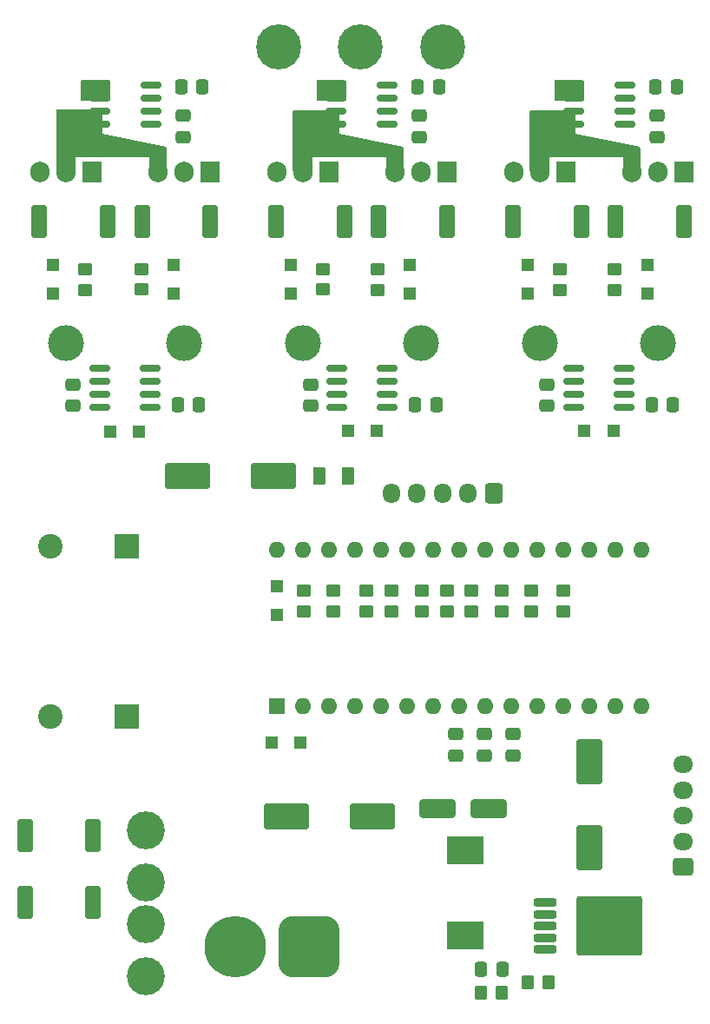
<source format=gbr>
%TF.GenerationSoftware,KiCad,Pcbnew,9.0.0*%
%TF.CreationDate,2025-05-24T01:38:51+03:00*%
%TF.ProjectId,Inverter,496e7665-7274-4657-922e-6b696361645f,rev?*%
%TF.SameCoordinates,Original*%
%TF.FileFunction,Soldermask,Top*%
%TF.FilePolarity,Negative*%
%FSLAX46Y46*%
G04 Gerber Fmt 4.6, Leading zero omitted, Abs format (unit mm)*
G04 Created by KiCad (PCBNEW 9.0.0) date 2025-05-24 01:38:51*
%MOMM*%
%LPD*%
G01*
G04 APERTURE LIST*
G04 Aperture macros list*
%AMRoundRect*
0 Rectangle with rounded corners*
0 $1 Rounding radius*
0 $2 $3 $4 $5 $6 $7 $8 $9 X,Y pos of 4 corners*
0 Add a 4 corners polygon primitive as box body*
4,1,4,$2,$3,$4,$5,$6,$7,$8,$9,$2,$3,0*
0 Add four circle primitives for the rounded corners*
1,1,$1+$1,$2,$3*
1,1,$1+$1,$4,$5*
1,1,$1+$1,$6,$7*
1,1,$1+$1,$8,$9*
0 Add four rect primitives between the rounded corners*
20,1,$1+$1,$2,$3,$4,$5,0*
20,1,$1+$1,$4,$5,$6,$7,0*
20,1,$1+$1,$6,$7,$8,$9,0*
20,1,$1+$1,$8,$9,$2,$3,0*%
G04 Aperture macros list end*
%ADD10RoundRect,0.250000X0.600000X0.725000X-0.600000X0.725000X-0.600000X-0.725000X0.600000X-0.725000X0*%
%ADD11O,1.700000X1.950000*%
%ADD12RoundRect,0.154000X-0.616000X1.416000X-0.616000X-1.416000X0.616000X-1.416000X0.616000X1.416000X0*%
%ADD13RoundRect,0.250000X-0.475000X0.337500X-0.475000X-0.337500X0.475000X-0.337500X0.475000X0.337500X0*%
%ADD14R,1.200000X1.200000*%
%ADD15RoundRect,0.250000X0.337500X0.475000X-0.337500X0.475000X-0.337500X-0.475000X0.337500X-0.475000X0*%
%ADD16RoundRect,0.250000X0.450000X-0.350000X0.450000X0.350000X-0.450000X0.350000X-0.450000X-0.350000X0*%
%ADD17RoundRect,0.150000X0.825000X0.150000X-0.825000X0.150000X-0.825000X-0.150000X0.825000X-0.150000X0*%
%ADD18R,2.400000X2.400000*%
%ADD19C,2.400000*%
%ADD20RoundRect,0.250000X-0.450000X0.350000X-0.450000X-0.350000X0.450000X-0.350000X0.450000X0.350000X0*%
%ADD21R,3.600000X2.700000*%
%ADD22RoundRect,0.250000X1.950000X1.000000X-1.950000X1.000000X-1.950000X-1.000000X1.950000X-1.000000X0*%
%ADD23C,3.704000*%
%ADD24R,1.600000X1.600000*%
%ADD25O,1.600000X1.600000*%
%ADD26C,4.400000*%
%ADD27RoundRect,0.250000X-0.337500X-0.475000X0.337500X-0.475000X0.337500X0.475000X-0.337500X0.475000X0*%
%ADD28RoundRect,0.250000X-0.350000X-0.450000X0.350000X-0.450000X0.350000X0.450000X-0.350000X0.450000X0*%
%ADD29RoundRect,0.200000X-0.900000X-0.200000X0.900000X-0.200000X0.900000X0.200000X-0.900000X0.200000X0*%
%ADD30RoundRect,0.249997X-2.950003X-2.650003X2.950003X-2.650003X2.950003X2.650003X-2.950003X2.650003X0*%
%ADD31RoundRect,0.150000X-0.825000X-0.150000X0.825000X-0.150000X0.825000X0.150000X-0.825000X0.150000X0*%
%ADD32RoundRect,0.250000X1.500000X0.650000X-1.500000X0.650000X-1.500000X-0.650000X1.500000X-0.650000X0*%
%ADD33RoundRect,0.250000X-1.000000X1.950000X-1.000000X-1.950000X1.000000X-1.950000X1.000000X1.950000X0*%
%ADD34RoundRect,1.500000X1.500000X1.500000X-1.500000X1.500000X-1.500000X-1.500000X1.500000X-1.500000X0*%
%ADD35C,6.000000*%
%ADD36RoundRect,0.250000X0.350000X0.450000X-0.350000X0.450000X-0.350000X-0.450000X0.350000X-0.450000X0*%
%ADD37RoundRect,0.250000X0.375000X0.625000X-0.375000X0.625000X-0.375000X-0.625000X0.375000X-0.625000X0*%
%ADD38RoundRect,0.250000X0.725000X-0.600000X0.725000X0.600000X-0.725000X0.600000X-0.725000X-0.600000X0*%
%ADD39O,1.950000X1.700000*%
%ADD40C,3.500000*%
%ADD41R,1.905000X2.000000*%
%ADD42O,1.905000X2.000000*%
G04 APERTURE END LIST*
D10*
%TO.C,J3*%
X152800000Y-91375000D03*
D11*
X150300000Y-91375000D03*
X147800000Y-91375000D03*
X145300000Y-91375000D03*
X142800000Y-91375000D03*
%TD*%
D12*
%TO.C,D5*%
X113700000Y-131300000D03*
X107050000Y-131300000D03*
%TD*%
D13*
%TO.C,C21*%
X149100000Y-114892500D03*
X149100000Y-116967500D03*
%TD*%
D12*
%TO.C,D4*%
X113700000Y-124725000D03*
X107050000Y-124725000D03*
%TD*%
D14*
%TO.C,D7*%
X138600000Y-85300000D03*
X141400000Y-85300000D03*
%TD*%
D15*
%TO.C,C15*%
X147187500Y-82800000D03*
X145112500Y-82800000D03*
%TD*%
D12*
%TO.C,D17*%
X148225000Y-64900000D03*
X141575000Y-64900000D03*
%TD*%
D16*
%TO.C,R1*%
X134300000Y-102875000D03*
X134300000Y-100875000D03*
%TD*%
D17*
%TO.C,U7*%
X142425000Y-83005000D03*
X142425000Y-81735000D03*
X142425000Y-80465000D03*
X142425000Y-79195000D03*
X137475000Y-79195000D03*
X137475000Y-80465000D03*
X137475000Y-81735000D03*
X137475000Y-83005000D03*
%TD*%
D16*
%TO.C,R9*%
X145775000Y-102875000D03*
X145775000Y-100875000D03*
%TD*%
D18*
%TO.C,C6*%
X117012755Y-113125000D03*
D19*
X109512755Y-113125000D03*
%TD*%
D20*
%TO.C,R12*%
X156450000Y-100875000D03*
X156450000Y-102875000D03*
%TD*%
D21*
%TO.C,L1*%
X149995000Y-134505000D03*
X149995000Y-126205000D03*
%TD*%
D22*
%TO.C,C2*%
X131300000Y-89725000D03*
X122900000Y-89725000D03*
%TD*%
D20*
%TO.C,R11*%
X137100000Y-100875000D03*
X137100000Y-102875000D03*
%TD*%
D23*
%TO.C,F2*%
X118875000Y-124275000D03*
X118875000Y-129355000D03*
X118875000Y-133415000D03*
X118875000Y-138495000D03*
%TD*%
D12*
%TO.C,D18*%
X138225000Y-64900000D03*
X131575000Y-64900000D03*
%TD*%
D20*
%TO.C,R17*%
X118400000Y-69525000D03*
X118400000Y-71525000D03*
%TD*%
D14*
%TO.C,D13*%
X121550000Y-71925000D03*
X121550000Y-69125000D03*
%TD*%
D12*
%TO.C,D15*%
X171325000Y-64900000D03*
X164675000Y-64900000D03*
%TD*%
D24*
%TO.C,A1*%
X131600000Y-112165000D03*
D25*
X134140000Y-112165000D03*
X136680000Y-112165000D03*
X139220000Y-112165000D03*
X141760000Y-112165000D03*
X144300000Y-112165000D03*
X146840000Y-112165000D03*
X149380000Y-112165000D03*
X151920000Y-112165000D03*
X154460000Y-112165000D03*
X157000000Y-112165000D03*
X159540000Y-112165000D03*
X162080000Y-112165000D03*
X164620000Y-112165000D03*
X167160000Y-112165000D03*
X167160000Y-96925000D03*
X164620000Y-96925000D03*
X162080000Y-96925000D03*
X159540000Y-96925000D03*
X157000000Y-96925000D03*
X154460000Y-96925000D03*
X151920000Y-96925000D03*
X149380000Y-96925000D03*
X146840000Y-96925000D03*
X144300000Y-96925000D03*
X141760000Y-96925000D03*
X139220000Y-96925000D03*
X136680000Y-96925000D03*
X134140000Y-96925000D03*
X131600000Y-96925000D03*
%TD*%
D20*
%TO.C,R7*%
X140350000Y-100875000D03*
X140350000Y-102875000D03*
%TD*%
D14*
%TO.C,D8*%
X115400000Y-85350000D03*
X118200000Y-85350000D03*
%TD*%
D16*
%TO.C,R2*%
X159600000Y-102875000D03*
X159600000Y-100875000D03*
%TD*%
D14*
%TO.C,D2*%
X131650000Y-100475000D03*
X131650000Y-103275000D03*
%TD*%
D26*
%TO.C,V1*%
X139800000Y-47875000D03*
%TD*%
D27*
%TO.C,C10*%
X168562500Y-51800000D03*
X170637500Y-51800000D03*
%TD*%
D14*
%TO.C,D11*%
X144550000Y-71950000D03*
X144550000Y-69150000D03*
%TD*%
D13*
%TO.C,C18*%
X111700000Y-80812500D03*
X111700000Y-82887500D03*
%TD*%
D17*
%TO.C,U8*%
X119275000Y-83055000D03*
X119275000Y-81785000D03*
X119275000Y-80515000D03*
X119275000Y-79245000D03*
X114325000Y-79245000D03*
X114325000Y-80515000D03*
X114325000Y-81785000D03*
X114325000Y-83055000D03*
%TD*%
D12*
%TO.C,D20*%
X115125000Y-64900000D03*
X108475000Y-64900000D03*
%TD*%
D28*
%TO.C,R4*%
X151560000Y-140055000D03*
X153560000Y-140055000D03*
%TD*%
D13*
%TO.C,C7*%
X168700000Y-54612500D03*
X168700000Y-56687500D03*
%TD*%
D15*
%TO.C,C14*%
X124037500Y-82750000D03*
X121962500Y-82750000D03*
%TD*%
D13*
%TO.C,C17*%
X134900000Y-80812500D03*
X134900000Y-82887500D03*
%TD*%
%TO.C,C20*%
X151900000Y-114892500D03*
X151900000Y-116967500D03*
%TD*%
D29*
%TO.C,U1*%
X157770000Y-131300000D03*
X157770000Y-132440000D03*
X157770000Y-133580000D03*
D30*
X164070000Y-133580000D03*
D29*
X157770000Y-134720000D03*
X157770000Y-135860000D03*
%TD*%
D31*
%TO.C,U3*%
X160625000Y-51595000D03*
X160625000Y-52865000D03*
X160625000Y-54135000D03*
X160625000Y-55405000D03*
X165575000Y-55405000D03*
X165575000Y-54135000D03*
X165575000Y-52865000D03*
X165575000Y-51595000D03*
%TD*%
D13*
%TO.C,C9*%
X122500000Y-54612500D03*
X122500000Y-56687500D03*
%TD*%
D27*
%TO.C,C12*%
X122312500Y-51800000D03*
X124387500Y-51800000D03*
%TD*%
D12*
%TO.C,D16*%
X161325000Y-64900000D03*
X154675000Y-64900000D03*
%TD*%
D27*
%TO.C,C11*%
X145362500Y-51800000D03*
X147437500Y-51800000D03*
%TD*%
D14*
%TO.C,D1*%
X131100000Y-115725000D03*
X133900000Y-115725000D03*
%TD*%
D13*
%TO.C,C16*%
X157950000Y-80812500D03*
X157950000Y-82887500D03*
%TD*%
D16*
%TO.C,R10*%
X150625000Y-102875000D03*
X150625000Y-100875000D03*
%TD*%
%TO.C,R8*%
X142850000Y-102875000D03*
X142850000Y-100875000D03*
%TD*%
D14*
%TO.C,D6*%
X161650000Y-85300000D03*
X164450000Y-85300000D03*
%TD*%
D15*
%TO.C,C13*%
X170287500Y-82750000D03*
X168212500Y-82750000D03*
%TD*%
D20*
%TO.C,R15*%
X141500000Y-69550000D03*
X141500000Y-71550000D03*
%TD*%
D17*
%TO.C,U6*%
X165525000Y-83005000D03*
X165525000Y-81735000D03*
X165525000Y-80465000D03*
X165525000Y-79195000D03*
X160575000Y-79195000D03*
X160575000Y-80465000D03*
X160575000Y-81735000D03*
X160575000Y-83005000D03*
%TD*%
D20*
%TO.C,R13*%
X164600000Y-69550000D03*
X164600000Y-71550000D03*
%TD*%
D31*
%TO.C,U5*%
X114375000Y-51595000D03*
X114375000Y-52865000D03*
X114375000Y-54135000D03*
X114375000Y-55405000D03*
X119325000Y-55405000D03*
X119325000Y-54135000D03*
X119325000Y-52865000D03*
X119325000Y-51595000D03*
%TD*%
D20*
%TO.C,R16*%
X136125000Y-69525000D03*
X136125000Y-71525000D03*
%TD*%
D14*
%TO.C,D14*%
X109800000Y-71950000D03*
X109800000Y-69150000D03*
%TD*%
D12*
%TO.C,D19*%
X125125000Y-64900000D03*
X118475000Y-64900000D03*
%TD*%
D32*
%TO.C,D3*%
X152287500Y-122110000D03*
X147287500Y-122110000D03*
%TD*%
D20*
%TO.C,R14*%
X159275000Y-69550000D03*
X159275000Y-71550000D03*
%TD*%
D33*
%TO.C,C1*%
X162100000Y-117525000D03*
X162100000Y-125925000D03*
%TD*%
D20*
%TO.C,R6*%
X148200000Y-100875000D03*
X148200000Y-102875000D03*
%TD*%
D15*
%TO.C,C3*%
X153622500Y-137830000D03*
X151547500Y-137830000D03*
%TD*%
D13*
%TO.C,C8*%
X145500000Y-54612500D03*
X145500000Y-56687500D03*
%TD*%
D20*
%TO.C,R5*%
X153600000Y-100875000D03*
X153600000Y-102875000D03*
%TD*%
D31*
%TO.C,U4*%
X137425000Y-51595000D03*
X137425000Y-52865000D03*
X137425000Y-54135000D03*
X137425000Y-55405000D03*
X142375000Y-55405000D03*
X142375000Y-54135000D03*
X142375000Y-52865000D03*
X142375000Y-51595000D03*
%TD*%
D14*
%TO.C,D9*%
X167750000Y-71950000D03*
X167750000Y-69150000D03*
%TD*%
D22*
%TO.C,C4*%
X140950000Y-122875000D03*
X132550000Y-122875000D03*
%TD*%
D26*
%TO.C,W1*%
X131800000Y-47875000D03*
%TD*%
D14*
%TO.C,D10*%
X156125000Y-71950000D03*
X156125000Y-69150000D03*
%TD*%
D34*
%TO.C,J1*%
X134750000Y-135625000D03*
D35*
X127550000Y-135625000D03*
%TD*%
D14*
%TO.C,D12*%
X133025000Y-71925000D03*
X133025000Y-69125000D03*
%TD*%
D36*
%TO.C,R3*%
X158135000Y-139030000D03*
X156135000Y-139030000D03*
%TD*%
D18*
%TO.C,C5*%
X117012755Y-96525000D03*
D19*
X109512755Y-96525000D03*
%TD*%
D20*
%TO.C,R18*%
X112950000Y-69550000D03*
X112950000Y-71550000D03*
%TD*%
D37*
%TO.C,F1*%
X138600000Y-89675000D03*
X135800000Y-89675000D03*
%TD*%
D13*
%TO.C,C19*%
X154700000Y-114892500D03*
X154700000Y-116967500D03*
%TD*%
D38*
%TO.C,J2*%
X171275000Y-127825000D03*
D39*
X171275000Y-125325000D03*
X171275000Y-122825000D03*
X171275000Y-120325000D03*
X171275000Y-117825000D03*
%TD*%
D26*
%TO.C,U2*%
X147800000Y-47875000D03*
%TD*%
D40*
%TO.C,Q1*%
X168800000Y-76730000D03*
D41*
X171340000Y-60070000D03*
D42*
X168800000Y-60070000D03*
X166260000Y-60070000D03*
%TD*%
D40*
%TO.C,Q5*%
X122600000Y-76730000D03*
D41*
X125140000Y-60070000D03*
D42*
X122600000Y-60070000D03*
X120060000Y-60070000D03*
%TD*%
D40*
%TO.C,Q3*%
X145700000Y-76730000D03*
D41*
X148240000Y-60070000D03*
D42*
X145700000Y-60070000D03*
X143160000Y-60070000D03*
%TD*%
D40*
%TO.C,Q4*%
X134150000Y-76730000D03*
D41*
X136690000Y-60070000D03*
D42*
X134150000Y-60070000D03*
X131610000Y-60070000D03*
%TD*%
D40*
%TO.C,Q2*%
X157250000Y-76730000D03*
D41*
X159790000Y-60070000D03*
D42*
X157250000Y-60070000D03*
X154710000Y-60070000D03*
%TD*%
D40*
%TO.C,Q6*%
X111050000Y-76730000D03*
D41*
X113590000Y-60070000D03*
D42*
X111050000Y-60070000D03*
X108510000Y-60070000D03*
%TD*%
G36*
X138343039Y-51144685D02*
G01*
X138388794Y-51197489D01*
X138400000Y-51249000D01*
X138400000Y-53001000D01*
X138380315Y-53068039D01*
X138327511Y-53113794D01*
X138276000Y-53125000D01*
X135624000Y-53125000D01*
X135556961Y-53105315D01*
X135511206Y-53052511D01*
X135500000Y-53001000D01*
X135500000Y-51249000D01*
X135519685Y-51181961D01*
X135572489Y-51136206D01*
X135624000Y-51125000D01*
X138276000Y-51125000D01*
X138343039Y-51144685D01*
G37*
G36*
X115343039Y-51144685D02*
G01*
X115388794Y-51197489D01*
X115400000Y-51249000D01*
X115400000Y-53001000D01*
X115380315Y-53068039D01*
X115327511Y-53113794D01*
X115276000Y-53125000D01*
X112624000Y-53125000D01*
X112556961Y-53105315D01*
X112511206Y-53052511D01*
X112500000Y-53001000D01*
X112500000Y-51249000D01*
X112519685Y-51181961D01*
X112572489Y-51136206D01*
X112624000Y-51125000D01*
X115276000Y-51125000D01*
X115343039Y-51144685D01*
G37*
G36*
X161543039Y-51144685D02*
G01*
X161588794Y-51197489D01*
X161600000Y-51249000D01*
X161600000Y-53001000D01*
X161580315Y-53068039D01*
X161527511Y-53113794D01*
X161476000Y-53125000D01*
X158824000Y-53125000D01*
X158756961Y-53105315D01*
X158711206Y-53052511D01*
X158700000Y-53001000D01*
X158700000Y-51249000D01*
X158719685Y-51181961D01*
X158772489Y-51136206D01*
X158824000Y-51125000D01*
X161476000Y-51125000D01*
X161543039Y-51144685D01*
G37*
G36*
X160743039Y-54044685D02*
G01*
X160788794Y-54097489D01*
X160800000Y-54149000D01*
X160800000Y-56374999D01*
X160800001Y-56375001D01*
X167001059Y-57654583D01*
X167062737Y-57687409D01*
X167096877Y-57748370D01*
X167100000Y-57776024D01*
X167100000Y-59901000D01*
X167080315Y-59968039D01*
X167027511Y-60013794D01*
X166976000Y-60025000D01*
X165524000Y-60025000D01*
X165456961Y-60005315D01*
X165411206Y-59952511D01*
X165400000Y-59901000D01*
X165400000Y-58625000D01*
X158200000Y-58625000D01*
X158200000Y-59901000D01*
X158180315Y-59968039D01*
X158127511Y-60013794D01*
X158076000Y-60025000D01*
X156424000Y-60025000D01*
X156356961Y-60005315D01*
X156311206Y-59952511D01*
X156300000Y-59901000D01*
X156300000Y-54149000D01*
X156319685Y-54081961D01*
X156372489Y-54036206D01*
X156424000Y-54025000D01*
X160676000Y-54025000D01*
X160743039Y-54044685D01*
G37*
G36*
X114543039Y-54019685D02*
G01*
X114588794Y-54072489D01*
X114600000Y-54124000D01*
X114600000Y-56374999D01*
X120800597Y-57629882D01*
X120862399Y-57662473D01*
X120896771Y-57723304D01*
X120900000Y-57751418D01*
X120900000Y-59876000D01*
X120880315Y-59943039D01*
X120827511Y-59988794D01*
X120776000Y-60000000D01*
X119324000Y-60000000D01*
X119256961Y-59980315D01*
X119211206Y-59927511D01*
X119200000Y-59876000D01*
X119200000Y-58600000D01*
X112000000Y-58600000D01*
X112000000Y-59876000D01*
X111980315Y-59943039D01*
X111927511Y-59988794D01*
X111876000Y-60000000D01*
X110224000Y-60000000D01*
X110156961Y-59980315D01*
X110111206Y-59927511D01*
X110100000Y-59876000D01*
X110100000Y-54124000D01*
X110119685Y-54056961D01*
X110172489Y-54011206D01*
X110224000Y-54000000D01*
X114476000Y-54000000D01*
X114543039Y-54019685D01*
G37*
G36*
X137643039Y-54044685D02*
G01*
X137688794Y-54097489D01*
X137700000Y-54149000D01*
X137700000Y-56374999D01*
X137700001Y-56375001D01*
X143901059Y-57654583D01*
X143962737Y-57687409D01*
X143996877Y-57748370D01*
X144000000Y-57776024D01*
X144000000Y-59901000D01*
X143980315Y-59968039D01*
X143927511Y-60013794D01*
X143876000Y-60025000D01*
X142424000Y-60025000D01*
X142356961Y-60005315D01*
X142311206Y-59952511D01*
X142300000Y-59901000D01*
X142300000Y-58625000D01*
X135100000Y-58625000D01*
X135100000Y-59901000D01*
X135080315Y-59968039D01*
X135027511Y-60013794D01*
X134976000Y-60025000D01*
X133324000Y-60025000D01*
X133256961Y-60005315D01*
X133211206Y-59952511D01*
X133200000Y-59901000D01*
X133200000Y-54149000D01*
X133219685Y-54081961D01*
X133272489Y-54036206D01*
X133324000Y-54025000D01*
X137576000Y-54025000D01*
X137643039Y-54044685D01*
G37*
M02*

</source>
